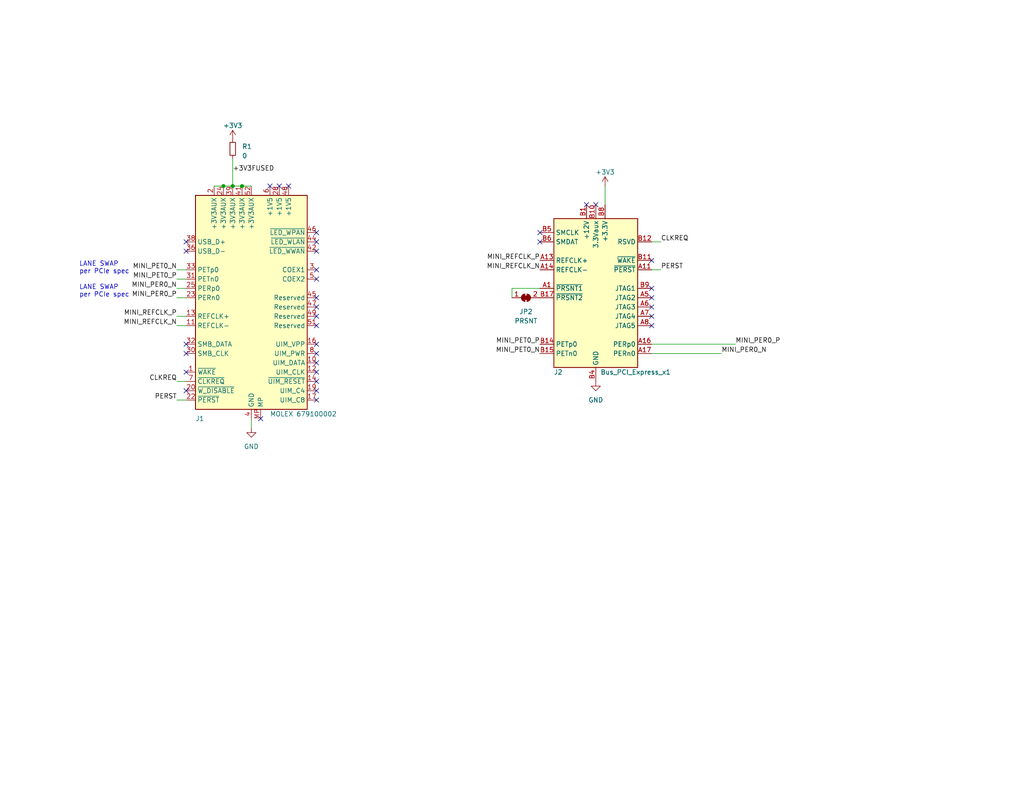
<source format=kicad_sch>
(kicad_sch (version 20230121) (generator eeschema)
  (paper "USLetter")
  (title_block (title "minicoralbridge") (date "2023-04-02"))
  (lib_symbols
    (symbol "Connector:Bus_PCI_Express_Mini"
      (property "Reference" "J" (at -16.51 31.75 0))
      (property "Value" "Bus_PCI_Express_Mini" (at 22.86 31.75 0))
      (symbol "Bus_PCI_Express_Mini_0_1"
        (rectangle (start -15.24 30.48) (end 15.24 -27.94) (stroke (width 0.254)) (fill (type background)))
      )
      (symbol "Bus_PCI_Express_Mini_1_1"
        (pin open_collector line (at -17.78 -17.78 0) (length 2.54) (name "~{WAKE}") (number "1"))
        (pin bidirectional line (at 17.78 -15.24 180) (length 2.54) (name "UIM_DATA") (number "10"))
        (pin input line (at -17.78 -5.08 0) (length 2.54) (name "REFCLK-") (number "11"))
        (pin output line (at 17.78 -17.78 180) (length 2.54) (name "UIM_CLK") (number "12"))
        (pin input line (at -17.78 -2.54 0) (length 2.54) (name "REFCLK+") (number "13"))
        (pin output line (at 17.78 -20.32 180) (length 2.54) (name "~{UIM_RESET}") (number "14"))
        (pin passive line (at 0 -30.48 90) (length 2.54) hide (name "GND") (number "15"))
        (pin power_out line (at 17.78 -10.16 180) (length 2.54) (name "UIM_VPP") (number "16"))
        (pin passive line (at 17.78 -25.4 180) (length 2.54) (name "UIM_C8") (number "17"))
        (pin passive line (at 0 -30.48 90) (length 2.54) hide (name "GND") (number "18"))
        (pin passive line (at 17.78 -22.86 180) (length 2.54) (name "UIM_C4") (number "19"))
        (pin power_in line (at -10.16 33.02 270) (length 2.54) (name "+3V3AUX") (number "2"))
        (pin input line (at -17.78 -22.86 0) (length 2.54) (name "~{W_DISABLE}") (number "20"))
        (pin passive line (at 0 -30.48 90) (length 2.54) hide (name "GND") (number "21"))
        (pin input line (at -17.78 -25.4 0) (length 2.54) (name "~{PERST}") (number "22"))
        (pin output line (at -17.78 2.54 0) (length 2.54) (name "PERn0") (number "23"))
        (pin power_in line (at -7.62 33.02 270) (length 2.54) (name "+3V3AUX") (number "24"))
        (pin output line (at -17.78 5.08 0) (length 2.54) (name "PERp0") (number "25"))
        (pin passive line (at 0 -30.48 90) (length 2.54) hide (name "GND") (number "26"))
        (pin passive line (at 0 -30.48 90) (length 2.54) hide (name "GND") (number "27"))
        (pin power_in line (at 7.62 33.02 270) (length 2.54) (name "+1V5") (number "28"))
        (pin passive line (at 0 -30.48 90) (length 2.54) hide (name "GND") (number "29"))
        (pin passive line (at 17.78 10.16 180) (length 2.54) (name "COEX1") (number "3"))
        (pin input line (at -17.78 -12.7 0) (length 2.54) (name "SMB_CLK") (number "30"))
        (pin input line (at -17.78 7.62 0) (length 2.54) (name "PETn0") (number "31"))
        (pin bidirectional line (at -17.78 -10.16 0) (length 2.54) (name "SMB_DATA") (number "32"))
        (pin input line (at -17.78 10.16 0) (length 2.54) (name "PETp0") (number "33"))
        (pin passive line (at 0 -30.48 90) (length 2.54) hide (name "GND") (number "34"))
        (pin passive line (at 0 -30.48 90) (length 2.54) hide (name "GND") (number "35"))
        (pin bidirectional line (at -17.78 15.24 0) (length 2.54) (name "USB_D-") (number "36"))
        (pin passive line (at 0 -30.48 90) (length 2.54) hide (name "GND") (number "37"))
        (pin bidirectional line (at -17.78 17.78 0) (length 2.54) (name "USB_D+") (number "38"))
        (pin power_in line (at -5.08 33.02 270) (length 2.54) (name "+3V3AUX") (number "39"))
        (pin power_in line (at 0 -30.48 90) (length 2.54) (name "GND") (number "4"))
        (pin passive line (at 0 -30.48 90) (length 2.54) hide (name "GND") (number "40"))
        (pin power_in line (at -2.54 33.02 270) (length 2.54) (name "+3V3AUX") (number "41"))
        (pin open_collector line (at 17.78 15.24 180) (length 2.54) (name "~{LED_WWAN}") (number "42"))
        (pin passive line (at 0 -30.48 90) (length 2.54) hide (name "GND") (number "43"))
        (pin open_collector line (at 17.78 17.78 180) (length 2.54) (name "~{LED_WLAN}") (number "44"))
        (pin passive line (at 17.78 2.54 180) (length 2.54) (name "Reserved") (number "45"))
        (pin open_collector line (at 17.78 20.32 180) (length 2.54) (name "~{LED_WPAN}") (number "46"))
        (pin passive line (at 17.78 0 180) (length 2.54) (name "Reserved") (number "47"))
        (pin power_in line (at 10.16 33.02 270) (length 2.54) (name "+1V5") (number "48"))
        (pin passive line (at 17.78 -2.54 180) (length 2.54) (name "Reserved") (number "49"))
        (pin passive line (at 17.78 7.62 180) (length 2.54) (name "COEX2") (number "5"))
        (pin passive line (at 0 -30.48 90) (length 2.54) hide (name "GND") (number "50"))
        (pin passive line (at 17.78 -5.08 180) (length 2.54) (name "Reserved") (number "51"))
        (pin power_in line (at 0 33.02 270) (length 2.54) (name "+3V3AUX") (number "52"))
        (pin power_in line (at 5.08 33.02 270) (length 2.54) (name "+1V5") (number "6"))
        (pin open_collector line (at -17.78 -20.32 0) (length 2.54) (name "~{CLKREQ}") (number "7"))
        (pin power_out line (at 17.78 -12.7 180) (length 2.54) (name "UIM_PWR") (number "8"))
        (pin passive line (at 0 -30.48 90) (length 2.54) hide (name "GND") (number "9"))
        (pin passive line (at 2.54 -30.48 90) (length 2.54) (name "MP") (number "MP"))
      )
    )
    (symbol "Connector:Bus_PCI_Express_x1"
      (property "Reference" "J" (at -8.89 22.86 0))
      (property "Value" "Bus_PCI_Express_x1" (at 12.7 22.86 0))
      (symbol "Bus_PCI_Express_x1_0_1"
        (rectangle (start -11.43 21.59) (end 11.43 -19.05) (stroke (width 0.254)) (fill (type background)))
      )
      (symbol "Bus_PCI_Express_x1_1_1"
        (pin passive line (at -15.24 2.54 0) (length 3.81) (name "~{PRSNT1}") (number "A1"))
        (pin passive line (at 2.54 25.4 270) (length 3.81) hide (name "+3.3V") (number "A10"))
        (pin input line (at 15.24 7.62 180) (length 3.81) (name "~{PERST}") (number "A11"))
        (pin passive line (at 0 -22.86 90) (length 3.81) hide (name "GND") (number "A12"))
        (pin input line (at -15.24 10.16 0) (length 3.81) (name "REFCLK+") (number "A13"))
        (pin input line (at -15.24 7.62 0) (length 3.81) (name "REFCLK-") (number "A14"))
        (pin passive line (at 0 -22.86 90) (length 3.81) hide (name "GND") (number "A15"))
        (pin output line (at 15.24 -12.7 180) (length 3.81) (name "PERp0") (number "A16"))
        (pin output line (at 15.24 -15.24 180) (length 3.81) (name "PERn0") (number "A17"))
        (pin passive line (at 0 -22.86 90) (length 3.81) hide (name "GND") (number "A18"))
        (pin passive line (at -2.54 25.4 270) (length 3.81) hide (name "+12V") (number "A2"))
        (pin passive line (at -2.54 25.4 270) (length 3.81) hide (name "+12V") (number "A3"))
        (pin passive line (at 0 -22.86 90) (length 3.81) hide (name "GND") (number "A4"))
        (pin input line (at 15.24 0 180) (length 3.81) (name "JTAG2") (number "A5"))
        (pin input line (at 15.24 -2.54 180) (length 3.81) (name "JTAG3") (number "A6"))
        (pin output line (at 15.24 -5.08 180) (length 3.81) (name "JTAG4") (number "A7"))
        (pin input line (at 15.24 -7.62 180) (length 3.81) (name "JTAG5") (number "A8"))
        (pin passive line (at 2.54 25.4 270) (length 3.81) hide (name "+3.3V") (number "A9"))
        (pin power_in line (at -2.54 25.4 270) (length 3.81) (name "+12V") (number "B1"))
        (pin power_in line (at 0 25.4 270) (length 3.81) (name "3.3Vaux") (number "B10"))
        (pin open_collector line (at 15.24 10.16 180) (length 3.81) (name "~{WAKE}") (number "B11"))
        (pin passive line (at 15.24 15.24 180) (length 3.81) (name "RSVD") (number "B12"))
        (pin passive line (at 0 -22.86 90) (length 3.81) hide (name "GND") (number "B13"))
        (pin input line (at -15.24 -12.7 0) (length 3.81) (name "PETp0") (number "B14"))
        (pin input line (at -15.24 -15.24 0) (length 3.81) (name "PETn0") (number "B15"))
        (pin passive line (at 0 -22.86 90) (length 3.81) hide (name "GND") (number "B16"))
        (pin passive line (at -15.24 0 0) (length 3.81) (name "~{PRSNT2}") (number "B17"))
        (pin passive line (at 0 -22.86 90) (length 3.81) hide (name "GND") (number "B18"))
        (pin passive line (at -2.54 25.4 270) (length 3.81) hide (name "+12V") (number "B2"))
        (pin passive line (at -2.54 25.4 270) (length 3.81) hide (name "+12V") (number "B3"))
        (pin power_in line (at 0 -22.86 90) (length 3.81) (name "GND") (number "B4"))
        (pin input line (at -15.24 17.78 0) (length 3.81) (name "SMCLK") (number "B5"))
        (pin bidirectional line (at -15.24 15.24 0) (length 3.81) (name "SMDAT") (number "B6"))
        (pin passive line (at 0 -22.86 90) (length 3.81) hide (name "GND") (number "B7"))
        (pin power_in line (at 2.54 25.4 270) (length 3.81) (name "+3.3V") (number "B8"))
        (pin input line (at 15.24 2.54 180) (length 3.81) (name "JTAG1") (number "B9"))
      )
    )
    (symbol "Device:R_Small" (pin_numbers hide) (pin_names (offset 0.254) hide)
      (property "Reference" "R" (at 0.762 0.508 0))
      (property "Value" "R_Small" (at 0.762 -1.016 0))
      (symbol "R_Small_0_1"
        (rectangle (start -0.762 1.778) (end 0.762 -1.778) (stroke (width 0.2032)))
      )
      (symbol "R_Small_1_1"
        (pin passive line (at 0 2.54 270) (length 0.762) (name "~") (number "1"))
        (pin passive line (at 0 -2.54 90) (length 0.762) (name "~") (number "2"))
      )
    )
    (symbol "Jumper:SolderJumper_2_Bridged" (pin_names (offset 0) hide)
      (property "Reference" "JP" (at 0 2.032 0))
      (property "Value" "SolderJumper_2_Bridged" (at 0 -2.54 0))
      (symbol "SolderJumper_2_Bridged_0_1"
        (rectangle (start -0.508 0.508) (end 0.508 -0.508) (fill (type outline)))
        (arc (start -0.254 1.016) (mid -1.2656 0) (end -0.254 -1.016))
        (arc (start -0.254 1.016) (mid -1.2656 0) (end -0.254 -1.016) (fill (type outline)))
        (polyline (pts (xy -0.254 1.016) (xy -0.254 -1.016)))
        (polyline (pts (xy 0.254 1.016) (xy 0.254 -1.016)))
        (arc (start 0.254 -1.016) (mid 1.2656 0) (end 0.254 1.016))
        (arc (start 0.254 -1.016) (mid 1.2656 0) (end 0.254 1.016) (fill (type outline)))
      )
      (symbol "SolderJumper_2_Bridged_1_1"
        (pin passive line (at -3.81 0 0) (length 2.54) (name "A") (number "1"))
        (pin passive line (at 3.81 0 180) (length 2.54) (name "B") (number "2"))
      )
    )
    (symbol "power:+3V3" (power) (pin_names (offset 0))
      (property "Value" "+3V3" (at 0 3.556 0))
      (symbol "+3V3_0_1"
        (polyline (pts (xy -0.762 1.27) (xy 0 2.54)))
        (polyline (pts (xy 0 0) (xy 0 2.54)))
        (polyline (pts (xy 0 2.54) (xy 0.762 1.27)))
      )
      (symbol "+3V3_1_1"
        (pin power_in line (at 0 0 90) (length 0) hide (name "+3V3") (number "1"))
      )
    )
    (symbol "power:GND" (power) (pin_names (offset 0))
      (property "Value" "GND" (at 0 -3.81 0))
      (symbol "GND_0_1"
        (polyline (pts (xy 0 0) (xy 0 -1.27) (xy 1.27 -1.27) (xy 0 -2.54) (xy -1.27 -1.27) (xy 0 -1.27)))
      )
      (symbol "GND_1_1"
        (pin power_in line (at 0 0 270) (length 0) hide (name "GND") (number "1"))
      )
    )
  )
  (junction (at 66.04 50.8))
  (junction (at 60.96 50.8))
  (junction (at 63.5 50.8))
  (no_connect (at 162.56 55.88))
  (no_connect (at 86.36 99.06))
  (no_connect (at 86.36 106.68))
  (no_connect (at 86.36 101.6))
  (no_connect (at 73.66 50.8))
  (no_connect (at 86.36 96.52))
  (no_connect (at 86.36 88.9))
  (no_connect (at 177.8 86.36))
  (no_connect (at 86.36 93.98))
  (no_connect (at 147.32 66.04))
  (no_connect (at 50.8 96.52))
  (no_connect (at 177.8 81.28))
  (no_connect (at 50.8 101.6))
  (no_connect (at 86.36 104.14))
  (no_connect (at 50.8 68.58))
  (no_connect (at 86.36 63.5))
  (no_connect (at 160.02 55.88))
  (no_connect (at 86.36 109.22))
  (no_connect (at 177.8 71.12))
  (no_connect (at 86.36 86.36))
  (no_connect (at 50.8 93.98))
  (no_connect (at 177.8 83.82))
  (no_connect (at 50.8 106.68))
  (no_connect (at 86.36 73.66))
  (no_connect (at 86.36 81.28))
  (no_connect (at 78.74 50.8))
  (no_connect (at 177.8 78.74))
  (no_connect (at 86.36 76.2))
  (no_connect (at 86.36 68.58))
  (no_connect (at 177.8 88.9))
  (no_connect (at 86.36 66.04))
  (no_connect (at 86.36 83.82))
  (no_connect (at 50.8 66.04))
  (no_connect (at 71.12 114.3))
  (no_connect (at 76.2 50.8))
  (no_connect (at 147.32 63.5))
  (wire (pts (xy 48.26 86.36) (xy 50.8 86.36)))
  (wire (pts (xy 48.26 104.14) (xy 50.8 104.14)))
  (wire (pts (xy 63.5 50.8) (xy 66.04 50.8)))
  (wire (pts (xy 177.8 96.52) (xy 196.85 96.52)))
  (wire (pts (xy 68.58 114.3) (xy 68.58 116.84)))
  (wire (pts (xy 139.7 78.74) (xy 139.7 81.28)))
  (wire (pts (xy 48.26 88.9) (xy 50.8 88.9)))
  (wire (pts (xy 48.26 78.74) (xy 50.8 78.74)))
  (wire (pts (xy 66.04 50.8) (xy 68.58 50.8)))
  (wire (pts (xy 139.7 78.74) (xy 147.32 78.74)))
  (wire (pts (xy 63.5 43.18) (xy 63.5 50.8)))
  (wire (pts (xy 58.42 50.8) (xy 60.96 50.8)))
  (wire (pts (xy 48.26 81.28) (xy 50.8 81.28)))
  (wire (pts (xy 48.26 109.22) (xy 50.8 109.22)))
  (wire (pts (xy 60.96 50.8) (xy 63.5 50.8)))
  (wire (pts (xy 48.26 73.66) (xy 50.8 73.66)))
  (wire (pts (xy 165.1 50.8) (xy 165.1 55.88)))
  (wire (pts (xy 48.26 76.2) (xy 50.8 76.2)))
  (wire (pts (xy 177.8 66.04) (xy 180.34 66.04)))
  (wire (pts (xy 177.8 73.66) (xy 180.34 73.66)))
  (wire (pts (xy 177.8 93.98) (xy 200.66 93.98)))
  (text "LANE SWAP\nper PCIe spec" (at 21.59 81.28 0) (effects (font (size 1.27 1.27)) (justify left bottom)))
  (text "LANE SWAP\nper PCIe spec" (at 21.59 74.93 0) (effects (font (size 1.27 1.27)) (justify left bottom)))
  (label "PERST" (at 48.26 109.22 180))
  (label "MINI_PER0_N" (at 48.26 78.74 180))
  (label "MINI_PER0_P" (at 48.26 81.28 180))
  (label "MINI_PER0_P" (at 200.66 93.98 0))
  (label "MINI_PET0_N" (at 147.32 96.52 180))
  (label "MINI_REFCLK_N" (at 147.32 73.66 180))
  (label "MINI_PET0_N" (at 48.26 73.66 180))
  (label "MINI_REFCLK_N" (at 48.26 88.9 180))
  (label "CLKREQ" (at 180.34 66.04 0))
  (label "PERST" (at 180.34 73.66 0))
  (label "CLKREQ" (at 48.26 104.14 180))
  (label "+3V3FUSED" (at 63.5 46.99 0))
  (label "MINI_PET0_P" (at 147.32 93.98 180))
  (label "MINI_REFCLK_P" (at 147.32 71.12 180))
  (label "MINI_PET0_P" (at 48.26 76.2 180))
  (label "MINI_REFCLK_P" (at 48.26 86.36 180))
  (label "MINI_PER0_N" (at 196.85 96.52 0))
  (symbol (lib_id "power:+3V3") (at 165.1 50.8 0) (unit 1)
    (property "Reference" "#PWR04" (effects hide))
    (property "Value" "+3V3" (at 165.1 46.99 0))
  )
  (symbol (lib_id "power:GND") (at 68.58 116.84 0) (unit 1)
    (property "Reference" "#PWR02" (effects hide))
    (property "Value" "GND" (at 68.58 121.92 0))
  )
  (symbol (lib_id "Device:R_Small") (at 63.5 40.64 0) (unit 1)
    (property "Reference" "R1" (at 66.04 40.005 0) (effects (justify left)))
    (property "Value" "0" (at 66.04 42.545 0) (effects (justify left)))
    (property "Footprint" "Resistor_SMD:R_0603_1608Metric" (effects hide))
  )
  (symbol (lib_id "power:+3V3") (at 63.5 38.1 0) (unit 1)
    (property "Reference" "#PWR01" (effects hide))
    (property "Value" "+3V3" (at 63.5 34.29 0))
  )
  (symbol (lib_id "power:GND") (at 162.56 104.14 0) (unit 1)
    (property "Reference" "#PWR03" (effects hide))
    (property "Value" "GND" (at 162.56 109.22 0))
  )
  (symbol (lib_id "Jumper:SolderJumper_2_Bridged") (at 143.51 81.28 0) (unit 1)
    (property "Reference" "JP2" (at 143.51 85.09 0))
    (property "Value" "PRSNT" (at 143.51 87.63 0))
    (property "Footprint" "Jumper:SolderJumper-2_P1.3mm_Bridged_RoundedPad1.0x1.5mm" (effects hide))
  )
  (symbol (lib_id "Connector:Bus_PCI_Express_x1") (at 162.56 81.28 0) (unit 1)
    (property "Reference" "J2" (at 151.13 101.6 0) (effects (justify left)))
    (property "Value" "Bus_PCI_Express_x1" (at 163.83 101.6 0) (effects (justify left)))
    (property "Footprint" "Connector_PCBEdge:BUS_PCIexpress_x1" (effects hide))
    (property "Datasheet" "http://www.ritrontek.com/uploadfile/2016/1026/20161026105231124.pdf#page=63" (effects hide))
  )
  (symbol (lib_id "Connector:Bus_PCI_Express_Mini") (at 68.58 83.82 0) (unit 1)
    (property "Reference" "J1" (at 53.34 114.3 0) (effects (justify left)))
    (property "Value" "MOLEX 679100002" (at 73.66 113.03 0) (effects (justify left)))
    (property "Footprint" "Connector_PCBEdge:BUS_PCI_Express_Mini_Half" (effects hide))
    (property "LCSC" "C192736" (effects hide))
  )
)
</source>
